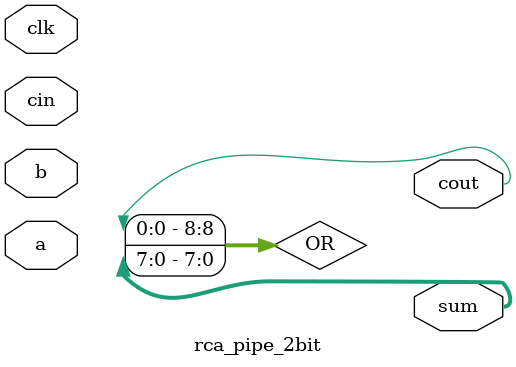
<source format=v>
module rca_pipe_2bit(a,b,cin,clk,sum,cout);
  input [7:0] a,b;
  input cin,clk;
  output [7:0] sum;
  output cout;
  // Initializing registers for pipeline
  reg [16:0] ir;		//input reg for saving inputs
  reg [15:0] pr1;		//pipeline reg 1 for stage 1
  reg [14:0] pr2;		//pipeline reg 2 for stage 2
  reg [13:0] pr3;		//pipeline reg 3 for stage 3
  reg [12:0] pr4;		//pipeline reg 4 for stage 4
  reg [11:0] pr5;		//pipeline reg 5 for stage 5
  reg [10:0] pr6;		//pipeline reg 6 for stage 6
  reg [9:0]  pr7;		//pipeline reg 7 for stage 7
  reg [8:0]  OR;		//output reg to store output of last stage

  assign {cout,sum} = OR;	//assigning content of output reg to our outputs

  always @(posedge clk) begin
  	//mapping our inputs to bits of input registers so that we can easily use them i.e {a,b,c} -> input reg
    ir[0] <= cin;
    ir[1] <= a[0];ir[3] <= a[1];ir[5] <= a[2];ir[7] <= a[3];ir[9] <= a[4];ir[11] <= a[5];ir[13] <= a[6];ir[15] <= a[7];
    ir[2] <= b[0];ir[4] <= b[1];ir[6] <= b[2];ir[8] <= b[3];ir[10] <=b[4];ir[12] <= b[5];ir[14] <= b[6];ir[16] <= b[7];

    pr1[15:2]<= ir[16:3];
    pr2[14:3]<= pr1[15:4];	pr2[0]		<= pr1[0];
    pr3[13:4]<= pr2[14:5];	pr3[1:0]	<= pr2[1:0];
    pr4[12:5]<= pr3[13:6];	pr4[2:0]	<= pr3[2:0];
    pr5[11:6]<= pr4[12:7];	pr5[3:0]	<= pr4[3:0];
    pr6[10:7]<= pr5[11:8];	pr6[4:0]	<= pr5[4:0];
    pr7[9:8] <= pr6[10:9];	pr7[5:0]	<= pr6[5:0];

  end


 endmodule

</source>
